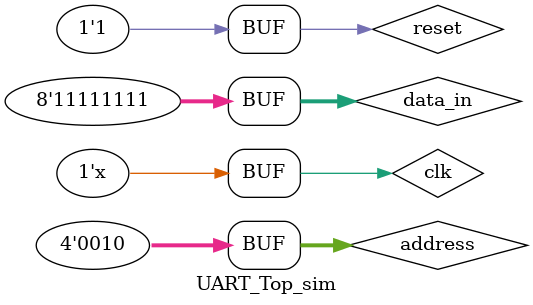
<source format=sv>
`timescale 1ns / 1ps
/*
    
module Tx_top #(parameter PARITY_EN=5)(
    input logic clk,
    input logic reset,
    input logic [3:0]address,
    input logic [7:0]data_in,
    output logic busy,
    output logic out
    );
    */

module UART_Top_sim;

logic clk=0;
logic reset=0;
logic busy;
logic [7:0]data_in=8'b00000000;
logic [3:0]address=4'b0000;


    UART_Top #(.parity_en(0),.odd_even(0)) UART1(.clk(clk),.reset(reset),.address(address),.data_in(data_in),.busy(busy));


always #10 clk = !clk;



initial begin
    #300
    reset=1;
    #300
    address=4'b1111;
    data_in=8'b11111111;
    #2000
    address=4'b1100;
    #2000
    address=4'b0011;
    data_in=8'b10101011;
    #2000
    address=4'b1111;
    data_in=8'b11001100;
    #2000
    address=4'b1000;
    data_in=8'b11001100;
    #1000
    address=4'b0000;
    data_in=8'b00000000;
    #10000
    address=4'b0011;
    data_in=8'b11110000;
    #2000
    address=4'b1000;
    data_in=8'b10000000;
    #2000;
    address=4'b0010;
    data_in=8'b11111111;
    #4000;
    
    end
    
    endmodule

</source>
